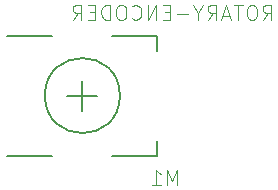
<source format=gbo>
G04 #@! TF.FileFunction,Legend,Bot*
%FSLAX46Y46*%
G04 Gerber Fmt 4.6, Leading zero omitted, Abs format (unit mm)*
G04 Created by KiCad (PCBNEW 4.0.7-e2-6376~58~ubuntu16.04.1) date Mon Nov  6 19:58:44 2017*
%MOMM*%
%LPD*%
G01*
G04 APERTURE LIST*
%ADD10C,0.100000*%
%ADD11C,0.127000*%
%ADD12C,0.101600*%
G04 APERTURE END LIST*
D10*
D11*
X112650000Y-94080000D02*
X116460000Y-94080000D01*
X112650000Y-83920000D02*
X116460000Y-83920000D01*
X121540000Y-83920000D02*
X125350000Y-83920000D01*
X125350000Y-83920000D02*
X125350000Y-85190000D01*
X121540000Y-94080000D02*
X125350000Y-94080000D01*
X125350000Y-94080000D02*
X125350000Y-92810000D01*
X119000000Y-90270000D02*
X119000000Y-87730000D01*
X117730000Y-89000000D02*
X120270000Y-89000000D01*
X122175000Y-89000000D02*
G75*
G03X122175000Y-89000000I-3175000J0D01*
G01*
D12*
X127013095Y-96559524D02*
X127013095Y-95289524D01*
X126589762Y-96196667D01*
X126166428Y-95289524D01*
X126166428Y-96559524D01*
X124896428Y-96559524D02*
X125622142Y-96559524D01*
X125259285Y-96559524D02*
X125259285Y-95289524D01*
X125380237Y-95470952D01*
X125501190Y-95591905D01*
X125622142Y-95652381D01*
X134270238Y-82589524D02*
X134693571Y-81984762D01*
X134995952Y-82589524D02*
X134995952Y-81319524D01*
X134512143Y-81319524D01*
X134391190Y-81380000D01*
X134330714Y-81440476D01*
X134270238Y-81561429D01*
X134270238Y-81742857D01*
X134330714Y-81863810D01*
X134391190Y-81924286D01*
X134512143Y-81984762D01*
X134995952Y-81984762D01*
X133484047Y-81319524D02*
X133242143Y-81319524D01*
X133121190Y-81380000D01*
X133000238Y-81500952D01*
X132939762Y-81742857D01*
X132939762Y-82166190D01*
X133000238Y-82408095D01*
X133121190Y-82529048D01*
X133242143Y-82589524D01*
X133484047Y-82589524D01*
X133605000Y-82529048D01*
X133725952Y-82408095D01*
X133786428Y-82166190D01*
X133786428Y-81742857D01*
X133725952Y-81500952D01*
X133605000Y-81380000D01*
X133484047Y-81319524D01*
X132576905Y-81319524D02*
X131851190Y-81319524D01*
X132214047Y-82589524D02*
X132214047Y-81319524D01*
X131488333Y-82226667D02*
X130883571Y-82226667D01*
X131609286Y-82589524D02*
X131185952Y-81319524D01*
X130762619Y-82589524D01*
X129613572Y-82589524D02*
X130036905Y-81984762D01*
X130339286Y-82589524D02*
X130339286Y-81319524D01*
X129855477Y-81319524D01*
X129734524Y-81380000D01*
X129674048Y-81440476D01*
X129613572Y-81561429D01*
X129613572Y-81742857D01*
X129674048Y-81863810D01*
X129734524Y-81924286D01*
X129855477Y-81984762D01*
X130339286Y-81984762D01*
X128827381Y-81984762D02*
X128827381Y-82589524D01*
X129250715Y-81319524D02*
X128827381Y-81984762D01*
X128404048Y-81319524D01*
X127980715Y-82105714D02*
X127013096Y-82105714D01*
X126408334Y-81924286D02*
X125985001Y-81924286D01*
X125803572Y-82589524D02*
X126408334Y-82589524D01*
X126408334Y-81319524D01*
X125803572Y-81319524D01*
X125259286Y-82589524D02*
X125259286Y-81319524D01*
X124533572Y-82589524D01*
X124533572Y-81319524D01*
X123203096Y-82468571D02*
X123263572Y-82529048D01*
X123445001Y-82589524D01*
X123565953Y-82589524D01*
X123747381Y-82529048D01*
X123868334Y-82408095D01*
X123928810Y-82287143D01*
X123989286Y-82045238D01*
X123989286Y-81863810D01*
X123928810Y-81621905D01*
X123868334Y-81500952D01*
X123747381Y-81380000D01*
X123565953Y-81319524D01*
X123445001Y-81319524D01*
X123263572Y-81380000D01*
X123203096Y-81440476D01*
X122416905Y-81319524D02*
X122175001Y-81319524D01*
X122054048Y-81380000D01*
X121933096Y-81500952D01*
X121872620Y-81742857D01*
X121872620Y-82166190D01*
X121933096Y-82408095D01*
X122054048Y-82529048D01*
X122175001Y-82589524D01*
X122416905Y-82589524D01*
X122537858Y-82529048D01*
X122658810Y-82408095D01*
X122719286Y-82166190D01*
X122719286Y-81742857D01*
X122658810Y-81500952D01*
X122537858Y-81380000D01*
X122416905Y-81319524D01*
X121328334Y-82589524D02*
X121328334Y-81319524D01*
X121025953Y-81319524D01*
X120844525Y-81380000D01*
X120723572Y-81500952D01*
X120663096Y-81621905D01*
X120602620Y-81863810D01*
X120602620Y-82045238D01*
X120663096Y-82287143D01*
X120723572Y-82408095D01*
X120844525Y-82529048D01*
X121025953Y-82589524D01*
X121328334Y-82589524D01*
X120058334Y-81924286D02*
X119635001Y-81924286D01*
X119453572Y-82589524D02*
X120058334Y-82589524D01*
X120058334Y-81319524D01*
X119453572Y-81319524D01*
X118183572Y-82589524D02*
X118606905Y-81984762D01*
X118909286Y-82589524D02*
X118909286Y-81319524D01*
X118425477Y-81319524D01*
X118304524Y-81380000D01*
X118244048Y-81440476D01*
X118183572Y-81561429D01*
X118183572Y-81742857D01*
X118244048Y-81863810D01*
X118304524Y-81924286D01*
X118425477Y-81984762D01*
X118909286Y-81984762D01*
M02*

</source>
